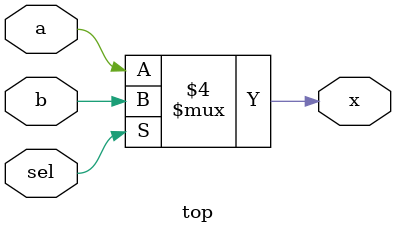
<source format=v>
`timescale 1ns / 1ps


module top(
    input a,b,
    input sel,
    output reg x
    );

always@(*)
begin
if(sel == 1'b0)
    x = a;
else
    x = b;
end


endmodule

</source>
